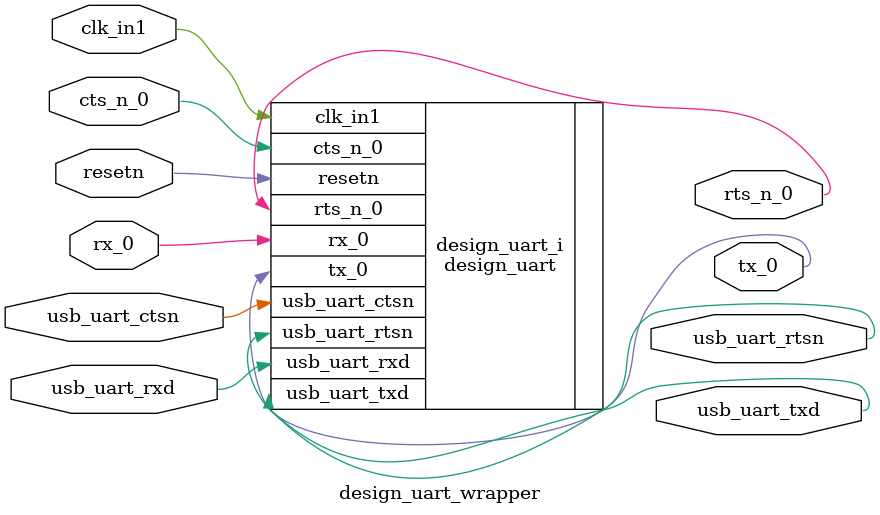
<source format=v>
`timescale 1 ps / 1 ps

module design_uart_wrapper
   (clk_in1,
    cts_n_0,
    resetn,
    rts_n_0,
    rx_0,
    tx_0,
    usb_uart_ctsn,
    usb_uart_rtsn,
    usb_uart_rxd,
    usb_uart_txd);
  input clk_in1;
  input cts_n_0;
  input resetn;
  output rts_n_0;
  input rx_0;
  output tx_0;
  input usb_uart_ctsn;
  output usb_uart_rtsn;
  input usb_uart_rxd;
  output usb_uart_txd;

  wire clk_in1;
  wire cts_n_0;
  wire resetn;
  wire rts_n_0;
  wire rx_0;
  wire tx_0;
  wire usb_uart_ctsn;
  wire usb_uart_rtsn;
  wire usb_uart_rxd;
  wire usb_uart_txd;

  design_uart design_uart_i
       (.clk_in1(clk_in1),
        .cts_n_0(cts_n_0),
        .resetn(resetn),
        .rts_n_0(rts_n_0),
        .rx_0(rx_0),
        .tx_0(tx_0),
        .usb_uart_ctsn(usb_uart_ctsn),
        .usb_uart_rtsn(usb_uart_rtsn),
        .usb_uart_rxd(usb_uart_rxd),
        .usb_uart_txd(usb_uart_txd));
endmodule

</source>
